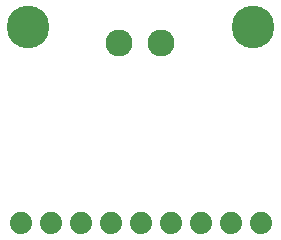
<source format=gbr>
G04 EAGLE Gerber RS-274X export*
G75*
%MOMM*%
%FSLAX34Y34*%
%LPD*%
%INSoldermask Bottom*%
%IPPOS*%
%AMOC8*
5,1,8,0,0,1.08239X$1,22.5*%
G01*
%ADD10C,2.286000*%
%ADD11C,3.617600*%
%ADD12C,1.879600*%


D10*
X102650Y177800D03*
X137650Y177800D03*
D11*
X25400Y191770D03*
X215900Y191770D03*
D12*
X222250Y25400D03*
X196850Y25400D03*
X171450Y25400D03*
X146050Y25400D03*
X120650Y25400D03*
X95250Y25400D03*
X69850Y25400D03*
X44450Y25400D03*
X19050Y25400D03*
M02*

</source>
